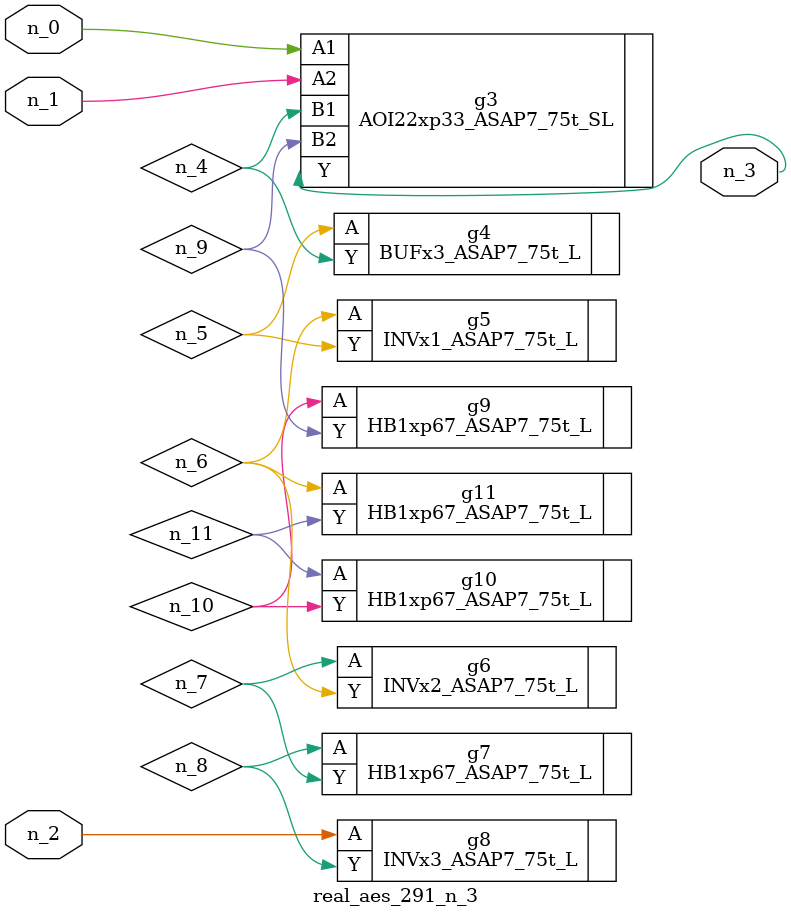
<source format=v>
module real_aes_291_n_3 (n_0, n_2, n_1, n_3);
input n_0;
input n_2;
input n_1;
output n_3;
wire n_4;
wire n_5;
wire n_7;
wire n_9;
wire n_6;
wire n_8;
wire n_10;
wire n_11;
AOI22xp33_ASAP7_75t_SL g3 ( .A1(n_0), .A2(n_1), .B1(n_4), .B2(n_9), .Y(n_3) );
INVx3_ASAP7_75t_L g8 ( .A(n_2), .Y(n_8) );
BUFx3_ASAP7_75t_L g4 ( .A(n_5), .Y(n_4) );
INVx1_ASAP7_75t_L g5 ( .A(n_6), .Y(n_5) );
HB1xp67_ASAP7_75t_L g11 ( .A(n_6), .Y(n_11) );
INVx2_ASAP7_75t_L g6 ( .A(n_7), .Y(n_6) );
HB1xp67_ASAP7_75t_L g7 ( .A(n_8), .Y(n_7) );
HB1xp67_ASAP7_75t_L g9 ( .A(n_10), .Y(n_9) );
HB1xp67_ASAP7_75t_L g10 ( .A(n_11), .Y(n_10) );
endmodule
</source>
